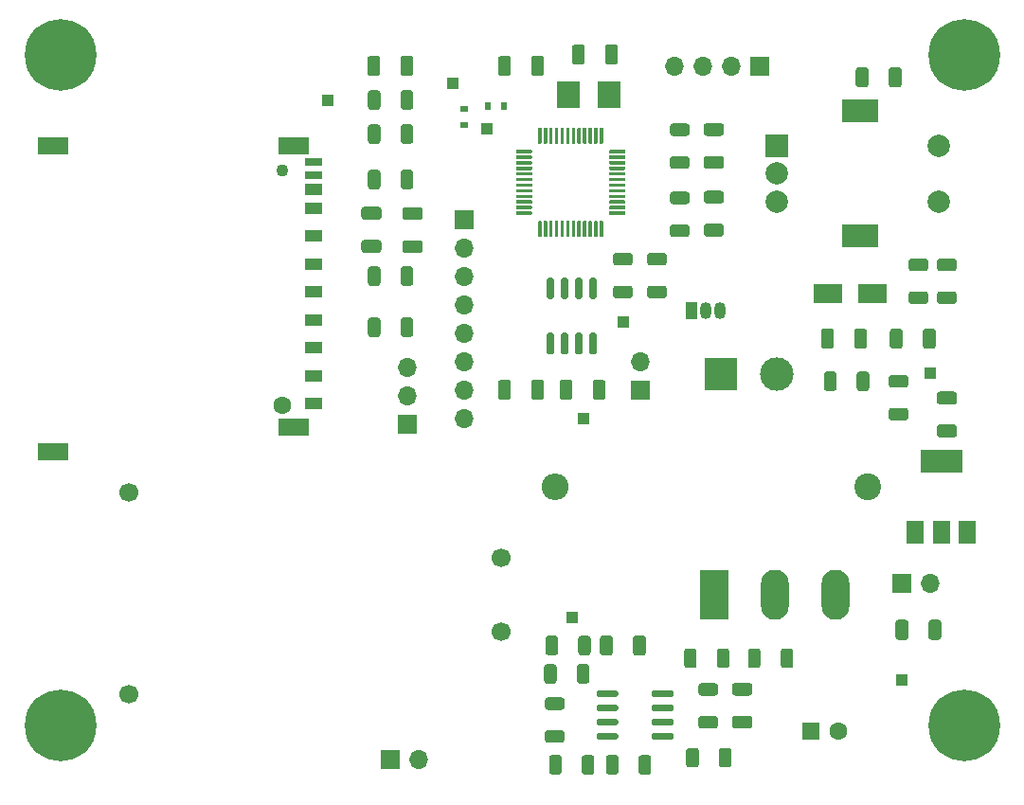
<source format=gbr>
%TF.GenerationSoftware,KiCad,Pcbnew,(5.1.10)-1*%
%TF.CreationDate,2021-08-06T22:34:04+03:00*%
%TF.ProjectId,electronic_load,656c6563-7472-46f6-9e69-635f6c6f6164,rev?*%
%TF.SameCoordinates,Original*%
%TF.FileFunction,Soldermask,Top*%
%TF.FilePolarity,Negative*%
%FSLAX46Y46*%
G04 Gerber Fmt 4.6, Leading zero omitted, Abs format (unit mm)*
G04 Created by KiCad (PCBNEW (5.1.10)-1) date 2021-08-06 22:34:04*
%MOMM*%
%LPD*%
G01*
G04 APERTURE LIST*
%ADD10C,1.700000*%
%ADD11C,1.600000*%
%ADD12R,1.600000X1.600000*%
%ADD13O,1.700000X1.700000*%
%ADD14R,1.700000X1.700000*%
%ADD15R,0.700000X0.600000*%
%ADD16R,0.600000X0.700000*%
%ADD17R,1.000000X1.000000*%
%ADD18R,1.050000X1.500000*%
%ADD19O,1.050000X1.500000*%
%ADD20C,0.800000*%
%ADD21C,6.400000*%
%ADD22R,2.800000X1.500000*%
%ADD23C,1.100000*%
%ADD24R,1.500000X0.700000*%
%ADD25R,1.500000X1.000000*%
%ADD26R,2.500000X1.800000*%
%ADD27C,3.000000*%
%ADD28R,3.000000X3.000000*%
%ADD29R,2.000000X2.400000*%
%ADD30R,1.500000X2.000000*%
%ADD31R,3.800000X2.000000*%
%ADD32R,2.000000X2.000000*%
%ADD33C,2.000000*%
%ADD34R,3.200000X2.000000*%
%ADD35O,2.400000X2.400000*%
%ADD36C,2.400000*%
%ADD37O,2.500000X4.500000*%
%ADD38R,2.500000X4.500000*%
G04 APERTURE END LIST*
D10*
%TO.C,PS1*%
X77724000Y-140462000D03*
X77724000Y-122428000D03*
X110998000Y-134874000D03*
X110998000Y-128270000D03*
%TD*%
%TO.C,R8*%
G36*
G01*
X117928500Y-136769001D02*
X117928500Y-135518999D01*
G75*
G02*
X118178499Y-135269000I249999J0D01*
G01*
X118803501Y-135269000D01*
G75*
G02*
X119053500Y-135518999I0J-249999D01*
G01*
X119053500Y-136769001D01*
G75*
G02*
X118803501Y-137019000I-249999J0D01*
G01*
X118178499Y-137019000D01*
G75*
G02*
X117928500Y-136769001I0J249999D01*
G01*
G37*
G36*
G01*
X115003500Y-136769001D02*
X115003500Y-135518999D01*
G75*
G02*
X115253499Y-135269000I249999J0D01*
G01*
X115878501Y-135269000D01*
G75*
G02*
X116128500Y-135518999I0J-249999D01*
G01*
X116128500Y-136769001D01*
G75*
G02*
X115878501Y-137019000I-249999J0D01*
G01*
X115253499Y-137019000D01*
G75*
G02*
X115003500Y-136769001I0J249999D01*
G01*
G37*
%TD*%
D11*
%TO.C,C17*%
X141184000Y-143764000D03*
D12*
X138684000Y-143764000D03*
%TD*%
D13*
%TO.C,J7*%
X123444000Y-110744000D03*
D14*
X123444000Y-113284000D03*
%TD*%
D15*
%TO.C,D3*%
X107696000Y-89600000D03*
X107696000Y-88200000D03*
%TD*%
D16*
%TO.C,D2*%
X111252000Y-87884000D03*
X109852000Y-87884000D03*
%TD*%
D17*
%TO.C,TP7*%
X121920000Y-107188000D03*
%TD*%
%TO.C,TP6*%
X95504000Y-87376000D03*
%TD*%
%TO.C,TP5*%
X109728000Y-89916000D03*
%TD*%
%TO.C,TP4*%
X118364000Y-115824000D03*
%TD*%
%TO.C,TP3*%
X106680000Y-85852000D03*
%TD*%
%TO.C,TP2*%
X117348000Y-133604000D03*
%TD*%
%TO.C,TP1*%
X146812000Y-139192000D03*
%TD*%
D18*
%TO.C,Q2*%
X128016000Y-106172000D03*
D19*
X130556000Y-106172000D03*
X129286000Y-106172000D03*
%TD*%
%TO.C,R23*%
G36*
G01*
X125593001Y-102162500D02*
X124342999Y-102162500D01*
G75*
G02*
X124093000Y-101912501I0J249999D01*
G01*
X124093000Y-101287499D01*
G75*
G02*
X124342999Y-101037500I249999J0D01*
G01*
X125593001Y-101037500D01*
G75*
G02*
X125843000Y-101287499I0J-249999D01*
G01*
X125843000Y-101912501D01*
G75*
G02*
X125593001Y-102162500I-249999J0D01*
G01*
G37*
G36*
G01*
X125593001Y-105087500D02*
X124342999Y-105087500D01*
G75*
G02*
X124093000Y-104837501I0J249999D01*
G01*
X124093000Y-104212499D01*
G75*
G02*
X124342999Y-103962500I249999J0D01*
G01*
X125593001Y-103962500D01*
G75*
G02*
X125843000Y-104212499I0J-249999D01*
G01*
X125843000Y-104837501D01*
G75*
G02*
X125593001Y-105087500I-249999J0D01*
G01*
G37*
%TD*%
%TO.C,R12*%
G36*
G01*
X122545001Y-102162500D02*
X121294999Y-102162500D01*
G75*
G02*
X121045000Y-101912501I0J249999D01*
G01*
X121045000Y-101287499D01*
G75*
G02*
X121294999Y-101037500I249999J0D01*
G01*
X122545001Y-101037500D01*
G75*
G02*
X122795000Y-101287499I0J-249999D01*
G01*
X122795000Y-101912501D01*
G75*
G02*
X122545001Y-102162500I-249999J0D01*
G01*
G37*
G36*
G01*
X122545001Y-105087500D02*
X121294999Y-105087500D01*
G75*
G02*
X121045000Y-104837501I0J249999D01*
G01*
X121045000Y-104212499D01*
G75*
G02*
X121294999Y-103962500I249999J0D01*
G01*
X122545001Y-103962500D01*
G75*
G02*
X122795000Y-104212499I0J-249999D01*
G01*
X122795000Y-104837501D01*
G75*
G02*
X122545001Y-105087500I-249999J0D01*
G01*
G37*
%TD*%
D13*
%TO.C,J6*%
X103632000Y-146304000D03*
D14*
X101092000Y-146304000D03*
%TD*%
D20*
%TO.C,H2*%
X154097056Y-81614944D03*
X152400000Y-80912000D03*
X150702944Y-81614944D03*
X150000000Y-83312000D03*
X150702944Y-85009056D03*
X152400000Y-85712000D03*
X154097056Y-85009056D03*
X154800000Y-83312000D03*
D21*
X152400000Y-83312000D03*
%TD*%
%TO.C,C3*%
G36*
G01*
X147436000Y-134096999D02*
X147436000Y-135397001D01*
G75*
G02*
X147186001Y-135647000I-249999J0D01*
G01*
X146535999Y-135647000D01*
G75*
G02*
X146286000Y-135397001I0J249999D01*
G01*
X146286000Y-134096999D01*
G75*
G02*
X146535999Y-133847000I249999J0D01*
G01*
X147186001Y-133847000D01*
G75*
G02*
X147436000Y-134096999I0J-249999D01*
G01*
G37*
G36*
G01*
X150386000Y-134096999D02*
X150386000Y-135397001D01*
G75*
G02*
X150136001Y-135647000I-249999J0D01*
G01*
X149485999Y-135647000D01*
G75*
G02*
X149236000Y-135397001I0J249999D01*
G01*
X149236000Y-134096999D01*
G75*
G02*
X149485999Y-133847000I249999J0D01*
G01*
X150136001Y-133847000D01*
G75*
G02*
X150386000Y-134096999I0J-249999D01*
G01*
G37*
%TD*%
D22*
%TO.C,J4*%
X92471000Y-91506000D03*
X70971000Y-91506000D03*
X70971000Y-118806000D03*
X92471000Y-116606000D03*
D23*
X91471000Y-93656000D03*
D11*
X91471000Y-114656000D03*
D24*
X94271000Y-92901000D03*
X94271000Y-94101000D03*
D25*
X94271000Y-114531000D03*
X94271000Y-95401000D03*
X94271000Y-97101000D03*
X94271000Y-99531000D03*
X94271000Y-102031000D03*
X94271000Y-104531000D03*
X94271000Y-107031000D03*
X94271000Y-109531000D03*
X94271000Y-112031000D03*
%TD*%
%TO.C,C5*%
G36*
G01*
X118529000Y-82661999D02*
X118529000Y-83962001D01*
G75*
G02*
X118279001Y-84212000I-249999J0D01*
G01*
X117628999Y-84212000D01*
G75*
G02*
X117379000Y-83962001I0J249999D01*
G01*
X117379000Y-82661999D01*
G75*
G02*
X117628999Y-82412000I249999J0D01*
G01*
X118279001Y-82412000D01*
G75*
G02*
X118529000Y-82661999I0J-249999D01*
G01*
G37*
G36*
G01*
X121479000Y-82661999D02*
X121479000Y-83962001D01*
G75*
G02*
X121229001Y-84212000I-249999J0D01*
G01*
X120578999Y-84212000D01*
G75*
G02*
X120329000Y-83962001I0J249999D01*
G01*
X120329000Y-82661999D01*
G75*
G02*
X120578999Y-82412000I249999J0D01*
G01*
X121229001Y-82412000D01*
G75*
G02*
X121479000Y-82661999I0J-249999D01*
G01*
G37*
%TD*%
D17*
%TO.C,REF\u002A\u002A*%
X149352000Y-111760000D03*
%TD*%
D13*
%TO.C,U3*%
X107696000Y-115824000D03*
X107696000Y-113284000D03*
X107696000Y-110744000D03*
X107696000Y-108204000D03*
X107696000Y-105664000D03*
X107696000Y-103124000D03*
X107696000Y-100584000D03*
D14*
X107696000Y-98044000D03*
%TD*%
D26*
%TO.C,D1*%
X144208000Y-104648000D03*
X140208000Y-104648000D03*
%TD*%
D27*
%TO.C,J2*%
X135683000Y-111887000D03*
D28*
X130683000Y-111887000D03*
%TD*%
D29*
%TO.C,Y1*%
X117022000Y-86868000D03*
X120722000Y-86868000D03*
%TD*%
%TO.C,U5*%
G36*
G01*
X119103000Y-108180000D02*
X119403000Y-108180000D01*
G75*
G02*
X119553000Y-108330000I0J-150000D01*
G01*
X119553000Y-109980000D01*
G75*
G02*
X119403000Y-110130000I-150000J0D01*
G01*
X119103000Y-110130000D01*
G75*
G02*
X118953000Y-109980000I0J150000D01*
G01*
X118953000Y-108330000D01*
G75*
G02*
X119103000Y-108180000I150000J0D01*
G01*
G37*
G36*
G01*
X117833000Y-108180000D02*
X118133000Y-108180000D01*
G75*
G02*
X118283000Y-108330000I0J-150000D01*
G01*
X118283000Y-109980000D01*
G75*
G02*
X118133000Y-110130000I-150000J0D01*
G01*
X117833000Y-110130000D01*
G75*
G02*
X117683000Y-109980000I0J150000D01*
G01*
X117683000Y-108330000D01*
G75*
G02*
X117833000Y-108180000I150000J0D01*
G01*
G37*
G36*
G01*
X116563000Y-108180000D02*
X116863000Y-108180000D01*
G75*
G02*
X117013000Y-108330000I0J-150000D01*
G01*
X117013000Y-109980000D01*
G75*
G02*
X116863000Y-110130000I-150000J0D01*
G01*
X116563000Y-110130000D01*
G75*
G02*
X116413000Y-109980000I0J150000D01*
G01*
X116413000Y-108330000D01*
G75*
G02*
X116563000Y-108180000I150000J0D01*
G01*
G37*
G36*
G01*
X115293000Y-108180000D02*
X115593000Y-108180000D01*
G75*
G02*
X115743000Y-108330000I0J-150000D01*
G01*
X115743000Y-109980000D01*
G75*
G02*
X115593000Y-110130000I-150000J0D01*
G01*
X115293000Y-110130000D01*
G75*
G02*
X115143000Y-109980000I0J150000D01*
G01*
X115143000Y-108330000D01*
G75*
G02*
X115293000Y-108180000I150000J0D01*
G01*
G37*
G36*
G01*
X115293000Y-103230000D02*
X115593000Y-103230000D01*
G75*
G02*
X115743000Y-103380000I0J-150000D01*
G01*
X115743000Y-105030000D01*
G75*
G02*
X115593000Y-105180000I-150000J0D01*
G01*
X115293000Y-105180000D01*
G75*
G02*
X115143000Y-105030000I0J150000D01*
G01*
X115143000Y-103380000D01*
G75*
G02*
X115293000Y-103230000I150000J0D01*
G01*
G37*
G36*
G01*
X116563000Y-103230000D02*
X116863000Y-103230000D01*
G75*
G02*
X117013000Y-103380000I0J-150000D01*
G01*
X117013000Y-105030000D01*
G75*
G02*
X116863000Y-105180000I-150000J0D01*
G01*
X116563000Y-105180000D01*
G75*
G02*
X116413000Y-105030000I0J150000D01*
G01*
X116413000Y-103380000D01*
G75*
G02*
X116563000Y-103230000I150000J0D01*
G01*
G37*
G36*
G01*
X117833000Y-103230000D02*
X118133000Y-103230000D01*
G75*
G02*
X118283000Y-103380000I0J-150000D01*
G01*
X118283000Y-105030000D01*
G75*
G02*
X118133000Y-105180000I-150000J0D01*
G01*
X117833000Y-105180000D01*
G75*
G02*
X117683000Y-105030000I0J150000D01*
G01*
X117683000Y-103380000D01*
G75*
G02*
X117833000Y-103230000I150000J0D01*
G01*
G37*
G36*
G01*
X119103000Y-103230000D02*
X119403000Y-103230000D01*
G75*
G02*
X119553000Y-103380000I0J-150000D01*
G01*
X119553000Y-105030000D01*
G75*
G02*
X119403000Y-105180000I-150000J0D01*
G01*
X119103000Y-105180000D01*
G75*
G02*
X118953000Y-105030000I0J150000D01*
G01*
X118953000Y-103380000D01*
G75*
G02*
X119103000Y-103230000I150000J0D01*
G01*
G37*
%TD*%
D30*
%TO.C,U4*%
X148068000Y-125984000D03*
X152668000Y-125984000D03*
X150368000Y-125984000D03*
D31*
X150368000Y-119684000D03*
%TD*%
%TO.C,U2*%
G36*
G01*
X120749500Y-91838000D02*
X122074500Y-91838000D01*
G75*
G02*
X122149500Y-91913000I0J-75000D01*
G01*
X122149500Y-92063000D01*
G75*
G02*
X122074500Y-92138000I-75000J0D01*
G01*
X120749500Y-92138000D01*
G75*
G02*
X120674500Y-92063000I0J75000D01*
G01*
X120674500Y-91913000D01*
G75*
G02*
X120749500Y-91838000I75000J0D01*
G01*
G37*
G36*
G01*
X120749500Y-92338000D02*
X122074500Y-92338000D01*
G75*
G02*
X122149500Y-92413000I0J-75000D01*
G01*
X122149500Y-92563000D01*
G75*
G02*
X122074500Y-92638000I-75000J0D01*
G01*
X120749500Y-92638000D01*
G75*
G02*
X120674500Y-92563000I0J75000D01*
G01*
X120674500Y-92413000D01*
G75*
G02*
X120749500Y-92338000I75000J0D01*
G01*
G37*
G36*
G01*
X120749500Y-92838000D02*
X122074500Y-92838000D01*
G75*
G02*
X122149500Y-92913000I0J-75000D01*
G01*
X122149500Y-93063000D01*
G75*
G02*
X122074500Y-93138000I-75000J0D01*
G01*
X120749500Y-93138000D01*
G75*
G02*
X120674500Y-93063000I0J75000D01*
G01*
X120674500Y-92913000D01*
G75*
G02*
X120749500Y-92838000I75000J0D01*
G01*
G37*
G36*
G01*
X120749500Y-93338000D02*
X122074500Y-93338000D01*
G75*
G02*
X122149500Y-93413000I0J-75000D01*
G01*
X122149500Y-93563000D01*
G75*
G02*
X122074500Y-93638000I-75000J0D01*
G01*
X120749500Y-93638000D01*
G75*
G02*
X120674500Y-93563000I0J75000D01*
G01*
X120674500Y-93413000D01*
G75*
G02*
X120749500Y-93338000I75000J0D01*
G01*
G37*
G36*
G01*
X120749500Y-93838000D02*
X122074500Y-93838000D01*
G75*
G02*
X122149500Y-93913000I0J-75000D01*
G01*
X122149500Y-94063000D01*
G75*
G02*
X122074500Y-94138000I-75000J0D01*
G01*
X120749500Y-94138000D01*
G75*
G02*
X120674500Y-94063000I0J75000D01*
G01*
X120674500Y-93913000D01*
G75*
G02*
X120749500Y-93838000I75000J0D01*
G01*
G37*
G36*
G01*
X120749500Y-94338000D02*
X122074500Y-94338000D01*
G75*
G02*
X122149500Y-94413000I0J-75000D01*
G01*
X122149500Y-94563000D01*
G75*
G02*
X122074500Y-94638000I-75000J0D01*
G01*
X120749500Y-94638000D01*
G75*
G02*
X120674500Y-94563000I0J75000D01*
G01*
X120674500Y-94413000D01*
G75*
G02*
X120749500Y-94338000I75000J0D01*
G01*
G37*
G36*
G01*
X120749500Y-94838000D02*
X122074500Y-94838000D01*
G75*
G02*
X122149500Y-94913000I0J-75000D01*
G01*
X122149500Y-95063000D01*
G75*
G02*
X122074500Y-95138000I-75000J0D01*
G01*
X120749500Y-95138000D01*
G75*
G02*
X120674500Y-95063000I0J75000D01*
G01*
X120674500Y-94913000D01*
G75*
G02*
X120749500Y-94838000I75000J0D01*
G01*
G37*
G36*
G01*
X120749500Y-95338000D02*
X122074500Y-95338000D01*
G75*
G02*
X122149500Y-95413000I0J-75000D01*
G01*
X122149500Y-95563000D01*
G75*
G02*
X122074500Y-95638000I-75000J0D01*
G01*
X120749500Y-95638000D01*
G75*
G02*
X120674500Y-95563000I0J75000D01*
G01*
X120674500Y-95413000D01*
G75*
G02*
X120749500Y-95338000I75000J0D01*
G01*
G37*
G36*
G01*
X120749500Y-95838000D02*
X122074500Y-95838000D01*
G75*
G02*
X122149500Y-95913000I0J-75000D01*
G01*
X122149500Y-96063000D01*
G75*
G02*
X122074500Y-96138000I-75000J0D01*
G01*
X120749500Y-96138000D01*
G75*
G02*
X120674500Y-96063000I0J75000D01*
G01*
X120674500Y-95913000D01*
G75*
G02*
X120749500Y-95838000I75000J0D01*
G01*
G37*
G36*
G01*
X120749500Y-96338000D02*
X122074500Y-96338000D01*
G75*
G02*
X122149500Y-96413000I0J-75000D01*
G01*
X122149500Y-96563000D01*
G75*
G02*
X122074500Y-96638000I-75000J0D01*
G01*
X120749500Y-96638000D01*
G75*
G02*
X120674500Y-96563000I0J75000D01*
G01*
X120674500Y-96413000D01*
G75*
G02*
X120749500Y-96338000I75000J0D01*
G01*
G37*
G36*
G01*
X120749500Y-96838000D02*
X122074500Y-96838000D01*
G75*
G02*
X122149500Y-96913000I0J-75000D01*
G01*
X122149500Y-97063000D01*
G75*
G02*
X122074500Y-97138000I-75000J0D01*
G01*
X120749500Y-97138000D01*
G75*
G02*
X120674500Y-97063000I0J75000D01*
G01*
X120674500Y-96913000D01*
G75*
G02*
X120749500Y-96838000I75000J0D01*
G01*
G37*
G36*
G01*
X120749500Y-97338000D02*
X122074500Y-97338000D01*
G75*
G02*
X122149500Y-97413000I0J-75000D01*
G01*
X122149500Y-97563000D01*
G75*
G02*
X122074500Y-97638000I-75000J0D01*
G01*
X120749500Y-97638000D01*
G75*
G02*
X120674500Y-97563000I0J75000D01*
G01*
X120674500Y-97413000D01*
G75*
G02*
X120749500Y-97338000I75000J0D01*
G01*
G37*
G36*
G01*
X119924500Y-98163000D02*
X120074500Y-98163000D01*
G75*
G02*
X120149500Y-98238000I0J-75000D01*
G01*
X120149500Y-99563000D01*
G75*
G02*
X120074500Y-99638000I-75000J0D01*
G01*
X119924500Y-99638000D01*
G75*
G02*
X119849500Y-99563000I0J75000D01*
G01*
X119849500Y-98238000D01*
G75*
G02*
X119924500Y-98163000I75000J0D01*
G01*
G37*
G36*
G01*
X119424500Y-98163000D02*
X119574500Y-98163000D01*
G75*
G02*
X119649500Y-98238000I0J-75000D01*
G01*
X119649500Y-99563000D01*
G75*
G02*
X119574500Y-99638000I-75000J0D01*
G01*
X119424500Y-99638000D01*
G75*
G02*
X119349500Y-99563000I0J75000D01*
G01*
X119349500Y-98238000D01*
G75*
G02*
X119424500Y-98163000I75000J0D01*
G01*
G37*
G36*
G01*
X118924500Y-98163000D02*
X119074500Y-98163000D01*
G75*
G02*
X119149500Y-98238000I0J-75000D01*
G01*
X119149500Y-99563000D01*
G75*
G02*
X119074500Y-99638000I-75000J0D01*
G01*
X118924500Y-99638000D01*
G75*
G02*
X118849500Y-99563000I0J75000D01*
G01*
X118849500Y-98238000D01*
G75*
G02*
X118924500Y-98163000I75000J0D01*
G01*
G37*
G36*
G01*
X118424500Y-98163000D02*
X118574500Y-98163000D01*
G75*
G02*
X118649500Y-98238000I0J-75000D01*
G01*
X118649500Y-99563000D01*
G75*
G02*
X118574500Y-99638000I-75000J0D01*
G01*
X118424500Y-99638000D01*
G75*
G02*
X118349500Y-99563000I0J75000D01*
G01*
X118349500Y-98238000D01*
G75*
G02*
X118424500Y-98163000I75000J0D01*
G01*
G37*
G36*
G01*
X117924500Y-98163000D02*
X118074500Y-98163000D01*
G75*
G02*
X118149500Y-98238000I0J-75000D01*
G01*
X118149500Y-99563000D01*
G75*
G02*
X118074500Y-99638000I-75000J0D01*
G01*
X117924500Y-99638000D01*
G75*
G02*
X117849500Y-99563000I0J75000D01*
G01*
X117849500Y-98238000D01*
G75*
G02*
X117924500Y-98163000I75000J0D01*
G01*
G37*
G36*
G01*
X117424500Y-98163000D02*
X117574500Y-98163000D01*
G75*
G02*
X117649500Y-98238000I0J-75000D01*
G01*
X117649500Y-99563000D01*
G75*
G02*
X117574500Y-99638000I-75000J0D01*
G01*
X117424500Y-99638000D01*
G75*
G02*
X117349500Y-99563000I0J75000D01*
G01*
X117349500Y-98238000D01*
G75*
G02*
X117424500Y-98163000I75000J0D01*
G01*
G37*
G36*
G01*
X116924500Y-98163000D02*
X117074500Y-98163000D01*
G75*
G02*
X117149500Y-98238000I0J-75000D01*
G01*
X117149500Y-99563000D01*
G75*
G02*
X117074500Y-99638000I-75000J0D01*
G01*
X116924500Y-99638000D01*
G75*
G02*
X116849500Y-99563000I0J75000D01*
G01*
X116849500Y-98238000D01*
G75*
G02*
X116924500Y-98163000I75000J0D01*
G01*
G37*
G36*
G01*
X116424500Y-98163000D02*
X116574500Y-98163000D01*
G75*
G02*
X116649500Y-98238000I0J-75000D01*
G01*
X116649500Y-99563000D01*
G75*
G02*
X116574500Y-99638000I-75000J0D01*
G01*
X116424500Y-99638000D01*
G75*
G02*
X116349500Y-99563000I0J75000D01*
G01*
X116349500Y-98238000D01*
G75*
G02*
X116424500Y-98163000I75000J0D01*
G01*
G37*
G36*
G01*
X115924500Y-98163000D02*
X116074500Y-98163000D01*
G75*
G02*
X116149500Y-98238000I0J-75000D01*
G01*
X116149500Y-99563000D01*
G75*
G02*
X116074500Y-99638000I-75000J0D01*
G01*
X115924500Y-99638000D01*
G75*
G02*
X115849500Y-99563000I0J75000D01*
G01*
X115849500Y-98238000D01*
G75*
G02*
X115924500Y-98163000I75000J0D01*
G01*
G37*
G36*
G01*
X115424500Y-98163000D02*
X115574500Y-98163000D01*
G75*
G02*
X115649500Y-98238000I0J-75000D01*
G01*
X115649500Y-99563000D01*
G75*
G02*
X115574500Y-99638000I-75000J0D01*
G01*
X115424500Y-99638000D01*
G75*
G02*
X115349500Y-99563000I0J75000D01*
G01*
X115349500Y-98238000D01*
G75*
G02*
X115424500Y-98163000I75000J0D01*
G01*
G37*
G36*
G01*
X114924500Y-98163000D02*
X115074500Y-98163000D01*
G75*
G02*
X115149500Y-98238000I0J-75000D01*
G01*
X115149500Y-99563000D01*
G75*
G02*
X115074500Y-99638000I-75000J0D01*
G01*
X114924500Y-99638000D01*
G75*
G02*
X114849500Y-99563000I0J75000D01*
G01*
X114849500Y-98238000D01*
G75*
G02*
X114924500Y-98163000I75000J0D01*
G01*
G37*
G36*
G01*
X114424500Y-98163000D02*
X114574500Y-98163000D01*
G75*
G02*
X114649500Y-98238000I0J-75000D01*
G01*
X114649500Y-99563000D01*
G75*
G02*
X114574500Y-99638000I-75000J0D01*
G01*
X114424500Y-99638000D01*
G75*
G02*
X114349500Y-99563000I0J75000D01*
G01*
X114349500Y-98238000D01*
G75*
G02*
X114424500Y-98163000I75000J0D01*
G01*
G37*
G36*
G01*
X112424500Y-97338000D02*
X113749500Y-97338000D01*
G75*
G02*
X113824500Y-97413000I0J-75000D01*
G01*
X113824500Y-97563000D01*
G75*
G02*
X113749500Y-97638000I-75000J0D01*
G01*
X112424500Y-97638000D01*
G75*
G02*
X112349500Y-97563000I0J75000D01*
G01*
X112349500Y-97413000D01*
G75*
G02*
X112424500Y-97338000I75000J0D01*
G01*
G37*
G36*
G01*
X112424500Y-96838000D02*
X113749500Y-96838000D01*
G75*
G02*
X113824500Y-96913000I0J-75000D01*
G01*
X113824500Y-97063000D01*
G75*
G02*
X113749500Y-97138000I-75000J0D01*
G01*
X112424500Y-97138000D01*
G75*
G02*
X112349500Y-97063000I0J75000D01*
G01*
X112349500Y-96913000D01*
G75*
G02*
X112424500Y-96838000I75000J0D01*
G01*
G37*
G36*
G01*
X112424500Y-96338000D02*
X113749500Y-96338000D01*
G75*
G02*
X113824500Y-96413000I0J-75000D01*
G01*
X113824500Y-96563000D01*
G75*
G02*
X113749500Y-96638000I-75000J0D01*
G01*
X112424500Y-96638000D01*
G75*
G02*
X112349500Y-96563000I0J75000D01*
G01*
X112349500Y-96413000D01*
G75*
G02*
X112424500Y-96338000I75000J0D01*
G01*
G37*
G36*
G01*
X112424500Y-95838000D02*
X113749500Y-95838000D01*
G75*
G02*
X113824500Y-95913000I0J-75000D01*
G01*
X113824500Y-96063000D01*
G75*
G02*
X113749500Y-96138000I-75000J0D01*
G01*
X112424500Y-96138000D01*
G75*
G02*
X112349500Y-96063000I0J75000D01*
G01*
X112349500Y-95913000D01*
G75*
G02*
X112424500Y-95838000I75000J0D01*
G01*
G37*
G36*
G01*
X112424500Y-95338000D02*
X113749500Y-95338000D01*
G75*
G02*
X113824500Y-95413000I0J-75000D01*
G01*
X113824500Y-95563000D01*
G75*
G02*
X113749500Y-95638000I-75000J0D01*
G01*
X112424500Y-95638000D01*
G75*
G02*
X112349500Y-95563000I0J75000D01*
G01*
X112349500Y-95413000D01*
G75*
G02*
X112424500Y-95338000I75000J0D01*
G01*
G37*
G36*
G01*
X112424500Y-94838000D02*
X113749500Y-94838000D01*
G75*
G02*
X113824500Y-94913000I0J-75000D01*
G01*
X113824500Y-95063000D01*
G75*
G02*
X113749500Y-95138000I-75000J0D01*
G01*
X112424500Y-95138000D01*
G75*
G02*
X112349500Y-95063000I0J75000D01*
G01*
X112349500Y-94913000D01*
G75*
G02*
X112424500Y-94838000I75000J0D01*
G01*
G37*
G36*
G01*
X112424500Y-94338000D02*
X113749500Y-94338000D01*
G75*
G02*
X113824500Y-94413000I0J-75000D01*
G01*
X113824500Y-94563000D01*
G75*
G02*
X113749500Y-94638000I-75000J0D01*
G01*
X112424500Y-94638000D01*
G75*
G02*
X112349500Y-94563000I0J75000D01*
G01*
X112349500Y-94413000D01*
G75*
G02*
X112424500Y-94338000I75000J0D01*
G01*
G37*
G36*
G01*
X112424500Y-93838000D02*
X113749500Y-93838000D01*
G75*
G02*
X113824500Y-93913000I0J-75000D01*
G01*
X113824500Y-94063000D01*
G75*
G02*
X113749500Y-94138000I-75000J0D01*
G01*
X112424500Y-94138000D01*
G75*
G02*
X112349500Y-94063000I0J75000D01*
G01*
X112349500Y-93913000D01*
G75*
G02*
X112424500Y-93838000I75000J0D01*
G01*
G37*
G36*
G01*
X112424500Y-93338000D02*
X113749500Y-93338000D01*
G75*
G02*
X113824500Y-93413000I0J-75000D01*
G01*
X113824500Y-93563000D01*
G75*
G02*
X113749500Y-93638000I-75000J0D01*
G01*
X112424500Y-93638000D01*
G75*
G02*
X112349500Y-93563000I0J75000D01*
G01*
X112349500Y-93413000D01*
G75*
G02*
X112424500Y-93338000I75000J0D01*
G01*
G37*
G36*
G01*
X112424500Y-92838000D02*
X113749500Y-92838000D01*
G75*
G02*
X113824500Y-92913000I0J-75000D01*
G01*
X113824500Y-93063000D01*
G75*
G02*
X113749500Y-93138000I-75000J0D01*
G01*
X112424500Y-93138000D01*
G75*
G02*
X112349500Y-93063000I0J75000D01*
G01*
X112349500Y-92913000D01*
G75*
G02*
X112424500Y-92838000I75000J0D01*
G01*
G37*
G36*
G01*
X112424500Y-92338000D02*
X113749500Y-92338000D01*
G75*
G02*
X113824500Y-92413000I0J-75000D01*
G01*
X113824500Y-92563000D01*
G75*
G02*
X113749500Y-92638000I-75000J0D01*
G01*
X112424500Y-92638000D01*
G75*
G02*
X112349500Y-92563000I0J75000D01*
G01*
X112349500Y-92413000D01*
G75*
G02*
X112424500Y-92338000I75000J0D01*
G01*
G37*
G36*
G01*
X112424500Y-91838000D02*
X113749500Y-91838000D01*
G75*
G02*
X113824500Y-91913000I0J-75000D01*
G01*
X113824500Y-92063000D01*
G75*
G02*
X113749500Y-92138000I-75000J0D01*
G01*
X112424500Y-92138000D01*
G75*
G02*
X112349500Y-92063000I0J75000D01*
G01*
X112349500Y-91913000D01*
G75*
G02*
X112424500Y-91838000I75000J0D01*
G01*
G37*
G36*
G01*
X114424500Y-89838000D02*
X114574500Y-89838000D01*
G75*
G02*
X114649500Y-89913000I0J-75000D01*
G01*
X114649500Y-91238000D01*
G75*
G02*
X114574500Y-91313000I-75000J0D01*
G01*
X114424500Y-91313000D01*
G75*
G02*
X114349500Y-91238000I0J75000D01*
G01*
X114349500Y-89913000D01*
G75*
G02*
X114424500Y-89838000I75000J0D01*
G01*
G37*
G36*
G01*
X114924500Y-89838000D02*
X115074500Y-89838000D01*
G75*
G02*
X115149500Y-89913000I0J-75000D01*
G01*
X115149500Y-91238000D01*
G75*
G02*
X115074500Y-91313000I-75000J0D01*
G01*
X114924500Y-91313000D01*
G75*
G02*
X114849500Y-91238000I0J75000D01*
G01*
X114849500Y-89913000D01*
G75*
G02*
X114924500Y-89838000I75000J0D01*
G01*
G37*
G36*
G01*
X115424500Y-89838000D02*
X115574500Y-89838000D01*
G75*
G02*
X115649500Y-89913000I0J-75000D01*
G01*
X115649500Y-91238000D01*
G75*
G02*
X115574500Y-91313000I-75000J0D01*
G01*
X115424500Y-91313000D01*
G75*
G02*
X115349500Y-91238000I0J75000D01*
G01*
X115349500Y-89913000D01*
G75*
G02*
X115424500Y-89838000I75000J0D01*
G01*
G37*
G36*
G01*
X115924500Y-89838000D02*
X116074500Y-89838000D01*
G75*
G02*
X116149500Y-89913000I0J-75000D01*
G01*
X116149500Y-91238000D01*
G75*
G02*
X116074500Y-91313000I-75000J0D01*
G01*
X115924500Y-91313000D01*
G75*
G02*
X115849500Y-91238000I0J75000D01*
G01*
X115849500Y-89913000D01*
G75*
G02*
X115924500Y-89838000I75000J0D01*
G01*
G37*
G36*
G01*
X116424500Y-89838000D02*
X116574500Y-89838000D01*
G75*
G02*
X116649500Y-89913000I0J-75000D01*
G01*
X116649500Y-91238000D01*
G75*
G02*
X116574500Y-91313000I-75000J0D01*
G01*
X116424500Y-91313000D01*
G75*
G02*
X116349500Y-91238000I0J75000D01*
G01*
X116349500Y-89913000D01*
G75*
G02*
X116424500Y-89838000I75000J0D01*
G01*
G37*
G36*
G01*
X116924500Y-89838000D02*
X117074500Y-89838000D01*
G75*
G02*
X117149500Y-89913000I0J-75000D01*
G01*
X117149500Y-91238000D01*
G75*
G02*
X117074500Y-91313000I-75000J0D01*
G01*
X116924500Y-91313000D01*
G75*
G02*
X116849500Y-91238000I0J75000D01*
G01*
X116849500Y-89913000D01*
G75*
G02*
X116924500Y-89838000I75000J0D01*
G01*
G37*
G36*
G01*
X117424500Y-89838000D02*
X117574500Y-89838000D01*
G75*
G02*
X117649500Y-89913000I0J-75000D01*
G01*
X117649500Y-91238000D01*
G75*
G02*
X117574500Y-91313000I-75000J0D01*
G01*
X117424500Y-91313000D01*
G75*
G02*
X117349500Y-91238000I0J75000D01*
G01*
X117349500Y-89913000D01*
G75*
G02*
X117424500Y-89838000I75000J0D01*
G01*
G37*
G36*
G01*
X117924500Y-89838000D02*
X118074500Y-89838000D01*
G75*
G02*
X118149500Y-89913000I0J-75000D01*
G01*
X118149500Y-91238000D01*
G75*
G02*
X118074500Y-91313000I-75000J0D01*
G01*
X117924500Y-91313000D01*
G75*
G02*
X117849500Y-91238000I0J75000D01*
G01*
X117849500Y-89913000D01*
G75*
G02*
X117924500Y-89838000I75000J0D01*
G01*
G37*
G36*
G01*
X118424500Y-89838000D02*
X118574500Y-89838000D01*
G75*
G02*
X118649500Y-89913000I0J-75000D01*
G01*
X118649500Y-91238000D01*
G75*
G02*
X118574500Y-91313000I-75000J0D01*
G01*
X118424500Y-91313000D01*
G75*
G02*
X118349500Y-91238000I0J75000D01*
G01*
X118349500Y-89913000D01*
G75*
G02*
X118424500Y-89838000I75000J0D01*
G01*
G37*
G36*
G01*
X118924500Y-89838000D02*
X119074500Y-89838000D01*
G75*
G02*
X119149500Y-89913000I0J-75000D01*
G01*
X119149500Y-91238000D01*
G75*
G02*
X119074500Y-91313000I-75000J0D01*
G01*
X118924500Y-91313000D01*
G75*
G02*
X118849500Y-91238000I0J75000D01*
G01*
X118849500Y-89913000D01*
G75*
G02*
X118924500Y-89838000I75000J0D01*
G01*
G37*
G36*
G01*
X119424500Y-89838000D02*
X119574500Y-89838000D01*
G75*
G02*
X119649500Y-89913000I0J-75000D01*
G01*
X119649500Y-91238000D01*
G75*
G02*
X119574500Y-91313000I-75000J0D01*
G01*
X119424500Y-91313000D01*
G75*
G02*
X119349500Y-91238000I0J75000D01*
G01*
X119349500Y-89913000D01*
G75*
G02*
X119424500Y-89838000I75000J0D01*
G01*
G37*
G36*
G01*
X119924500Y-89838000D02*
X120074500Y-89838000D01*
G75*
G02*
X120149500Y-89913000I0J-75000D01*
G01*
X120149500Y-91238000D01*
G75*
G02*
X120074500Y-91313000I-75000J0D01*
G01*
X119924500Y-91313000D01*
G75*
G02*
X119849500Y-91238000I0J75000D01*
G01*
X119849500Y-89913000D01*
G75*
G02*
X119924500Y-89838000I75000J0D01*
G01*
G37*
%TD*%
%TO.C,U1*%
G36*
G01*
X124501000Y-140612000D02*
X124501000Y-140312000D01*
G75*
G02*
X124651000Y-140162000I150000J0D01*
G01*
X126301000Y-140162000D01*
G75*
G02*
X126451000Y-140312000I0J-150000D01*
G01*
X126451000Y-140612000D01*
G75*
G02*
X126301000Y-140762000I-150000J0D01*
G01*
X124651000Y-140762000D01*
G75*
G02*
X124501000Y-140612000I0J150000D01*
G01*
G37*
G36*
G01*
X124501000Y-141882000D02*
X124501000Y-141582000D01*
G75*
G02*
X124651000Y-141432000I150000J0D01*
G01*
X126301000Y-141432000D01*
G75*
G02*
X126451000Y-141582000I0J-150000D01*
G01*
X126451000Y-141882000D01*
G75*
G02*
X126301000Y-142032000I-150000J0D01*
G01*
X124651000Y-142032000D01*
G75*
G02*
X124501000Y-141882000I0J150000D01*
G01*
G37*
G36*
G01*
X124501000Y-143152000D02*
X124501000Y-142852000D01*
G75*
G02*
X124651000Y-142702000I150000J0D01*
G01*
X126301000Y-142702000D01*
G75*
G02*
X126451000Y-142852000I0J-150000D01*
G01*
X126451000Y-143152000D01*
G75*
G02*
X126301000Y-143302000I-150000J0D01*
G01*
X124651000Y-143302000D01*
G75*
G02*
X124501000Y-143152000I0J150000D01*
G01*
G37*
G36*
G01*
X124501000Y-144422000D02*
X124501000Y-144122000D01*
G75*
G02*
X124651000Y-143972000I150000J0D01*
G01*
X126301000Y-143972000D01*
G75*
G02*
X126451000Y-144122000I0J-150000D01*
G01*
X126451000Y-144422000D01*
G75*
G02*
X126301000Y-144572000I-150000J0D01*
G01*
X124651000Y-144572000D01*
G75*
G02*
X124501000Y-144422000I0J150000D01*
G01*
G37*
G36*
G01*
X119551000Y-144422000D02*
X119551000Y-144122000D01*
G75*
G02*
X119701000Y-143972000I150000J0D01*
G01*
X121351000Y-143972000D01*
G75*
G02*
X121501000Y-144122000I0J-150000D01*
G01*
X121501000Y-144422000D01*
G75*
G02*
X121351000Y-144572000I-150000J0D01*
G01*
X119701000Y-144572000D01*
G75*
G02*
X119551000Y-144422000I0J150000D01*
G01*
G37*
G36*
G01*
X119551000Y-143152000D02*
X119551000Y-142852000D01*
G75*
G02*
X119701000Y-142702000I150000J0D01*
G01*
X121351000Y-142702000D01*
G75*
G02*
X121501000Y-142852000I0J-150000D01*
G01*
X121501000Y-143152000D01*
G75*
G02*
X121351000Y-143302000I-150000J0D01*
G01*
X119701000Y-143302000D01*
G75*
G02*
X119551000Y-143152000I0J150000D01*
G01*
G37*
G36*
G01*
X119551000Y-141882000D02*
X119551000Y-141582000D01*
G75*
G02*
X119701000Y-141432000I150000J0D01*
G01*
X121351000Y-141432000D01*
G75*
G02*
X121501000Y-141582000I0J-150000D01*
G01*
X121501000Y-141882000D01*
G75*
G02*
X121351000Y-142032000I-150000J0D01*
G01*
X119701000Y-142032000D01*
G75*
G02*
X119551000Y-141882000I0J150000D01*
G01*
G37*
G36*
G01*
X119551000Y-140612000D02*
X119551000Y-140312000D01*
G75*
G02*
X119701000Y-140162000I150000J0D01*
G01*
X121351000Y-140162000D01*
G75*
G02*
X121501000Y-140312000I0J-150000D01*
G01*
X121501000Y-140612000D01*
G75*
G02*
X121351000Y-140762000I-150000J0D01*
G01*
X119701000Y-140762000D01*
G75*
G02*
X119551000Y-140612000I0J150000D01*
G01*
G37*
%TD*%
D32*
%TO.C,SW1*%
X135636000Y-91440000D03*
D33*
X135636000Y-93940000D03*
X135636000Y-96440000D03*
D34*
X143136000Y-88340000D03*
X143136000Y-99540000D03*
D33*
X150136000Y-91440000D03*
X150136000Y-96440000D03*
%TD*%
%TO.C,R22*%
G36*
G01*
X150250999Y-104470500D02*
X151501001Y-104470500D01*
G75*
G02*
X151751000Y-104720499I0J-249999D01*
G01*
X151751000Y-105345501D01*
G75*
G02*
X151501001Y-105595500I-249999J0D01*
G01*
X150250999Y-105595500D01*
G75*
G02*
X150001000Y-105345501I0J249999D01*
G01*
X150001000Y-104720499D01*
G75*
G02*
X150250999Y-104470500I249999J0D01*
G01*
G37*
G36*
G01*
X150250999Y-101545500D02*
X151501001Y-101545500D01*
G75*
G02*
X151751000Y-101795499I0J-249999D01*
G01*
X151751000Y-102420501D01*
G75*
G02*
X151501001Y-102670500I-249999J0D01*
G01*
X150250999Y-102670500D01*
G75*
G02*
X150001000Y-102420501I0J249999D01*
G01*
X150001000Y-101795499D01*
G75*
G02*
X150250999Y-101545500I249999J0D01*
G01*
G37*
%TD*%
%TO.C,R21*%
G36*
G01*
X148961001Y-102670500D02*
X147710999Y-102670500D01*
G75*
G02*
X147461000Y-102420501I0J249999D01*
G01*
X147461000Y-101795499D01*
G75*
G02*
X147710999Y-101545500I249999J0D01*
G01*
X148961001Y-101545500D01*
G75*
G02*
X149211000Y-101795499I0J-249999D01*
G01*
X149211000Y-102420501D01*
G75*
G02*
X148961001Y-102670500I-249999J0D01*
G01*
G37*
G36*
G01*
X148961001Y-105595500D02*
X147710999Y-105595500D01*
G75*
G02*
X147461000Y-105345501I0J249999D01*
G01*
X147461000Y-104720499D01*
G75*
G02*
X147710999Y-104470500I249999J0D01*
G01*
X148961001Y-104470500D01*
G75*
G02*
X149211000Y-104720499I0J-249999D01*
G01*
X149211000Y-105345501D01*
G75*
G02*
X148961001Y-105595500I-249999J0D01*
G01*
G37*
%TD*%
%TO.C,R20*%
G36*
G01*
X127625001Y-90601500D02*
X126374999Y-90601500D01*
G75*
G02*
X126125000Y-90351501I0J249999D01*
G01*
X126125000Y-89726499D01*
G75*
G02*
X126374999Y-89476500I249999J0D01*
G01*
X127625001Y-89476500D01*
G75*
G02*
X127875000Y-89726499I0J-249999D01*
G01*
X127875000Y-90351501D01*
G75*
G02*
X127625001Y-90601500I-249999J0D01*
G01*
G37*
G36*
G01*
X127625001Y-93526500D02*
X126374999Y-93526500D01*
G75*
G02*
X126125000Y-93276501I0J249999D01*
G01*
X126125000Y-92651499D01*
G75*
G02*
X126374999Y-92401500I249999J0D01*
G01*
X127625001Y-92401500D01*
G75*
G02*
X127875000Y-92651499I0J-249999D01*
G01*
X127875000Y-93276501D01*
G75*
G02*
X127625001Y-93526500I-249999J0D01*
G01*
G37*
%TD*%
%TO.C,R19*%
G36*
G01*
X126374999Y-98497500D02*
X127625001Y-98497500D01*
G75*
G02*
X127875000Y-98747499I0J-249999D01*
G01*
X127875000Y-99372501D01*
G75*
G02*
X127625001Y-99622500I-249999J0D01*
G01*
X126374999Y-99622500D01*
G75*
G02*
X126125000Y-99372501I0J249999D01*
G01*
X126125000Y-98747499D01*
G75*
G02*
X126374999Y-98497500I249999J0D01*
G01*
G37*
G36*
G01*
X126374999Y-95572500D02*
X127625001Y-95572500D01*
G75*
G02*
X127875000Y-95822499I0J-249999D01*
G01*
X127875000Y-96447501D01*
G75*
G02*
X127625001Y-96697500I-249999J0D01*
G01*
X126374999Y-96697500D01*
G75*
G02*
X126125000Y-96447501I0J249999D01*
G01*
X126125000Y-95822499D01*
G75*
G02*
X126374999Y-95572500I249999J0D01*
G01*
G37*
%TD*%
%TO.C,R18*%
G36*
G01*
X100253500Y-93862999D02*
X100253500Y-95113001D01*
G75*
G02*
X100003501Y-95363000I-249999J0D01*
G01*
X99378499Y-95363000D01*
G75*
G02*
X99128500Y-95113001I0J249999D01*
G01*
X99128500Y-93862999D01*
G75*
G02*
X99378499Y-93613000I249999J0D01*
G01*
X100003501Y-93613000D01*
G75*
G02*
X100253500Y-93862999I0J-249999D01*
G01*
G37*
G36*
G01*
X103178500Y-93862999D02*
X103178500Y-95113001D01*
G75*
G02*
X102928501Y-95363000I-249999J0D01*
G01*
X102303499Y-95363000D01*
G75*
G02*
X102053500Y-95113001I0J249999D01*
G01*
X102053500Y-93862999D01*
G75*
G02*
X102303499Y-93613000I249999J0D01*
G01*
X102928501Y-93613000D01*
G75*
G02*
X103178500Y-93862999I0J-249999D01*
G01*
G37*
%TD*%
%TO.C,R17*%
G36*
G01*
X100253500Y-89798999D02*
X100253500Y-91049001D01*
G75*
G02*
X100003501Y-91299000I-249999J0D01*
G01*
X99378499Y-91299000D01*
G75*
G02*
X99128500Y-91049001I0J249999D01*
G01*
X99128500Y-89798999D01*
G75*
G02*
X99378499Y-89549000I249999J0D01*
G01*
X100003501Y-89549000D01*
G75*
G02*
X100253500Y-89798999I0J-249999D01*
G01*
G37*
G36*
G01*
X103178500Y-89798999D02*
X103178500Y-91049001D01*
G75*
G02*
X102928501Y-91299000I-249999J0D01*
G01*
X102303499Y-91299000D01*
G75*
G02*
X102053500Y-91049001I0J249999D01*
G01*
X102053500Y-89798999D01*
G75*
G02*
X102303499Y-89549000I249999J0D01*
G01*
X102928501Y-89549000D01*
G75*
G02*
X103178500Y-89798999I0J-249999D01*
G01*
G37*
%TD*%
%TO.C,R16*%
G36*
G01*
X100253500Y-102498999D02*
X100253500Y-103749001D01*
G75*
G02*
X100003501Y-103999000I-249999J0D01*
G01*
X99378499Y-103999000D01*
G75*
G02*
X99128500Y-103749001I0J249999D01*
G01*
X99128500Y-102498999D01*
G75*
G02*
X99378499Y-102249000I249999J0D01*
G01*
X100003501Y-102249000D01*
G75*
G02*
X100253500Y-102498999I0J-249999D01*
G01*
G37*
G36*
G01*
X103178500Y-102498999D02*
X103178500Y-103749001D01*
G75*
G02*
X102928501Y-103999000I-249999J0D01*
G01*
X102303499Y-103999000D01*
G75*
G02*
X102053500Y-103749001I0J249999D01*
G01*
X102053500Y-102498999D01*
G75*
G02*
X102303499Y-102249000I249999J0D01*
G01*
X102928501Y-102249000D01*
G75*
G02*
X103178500Y-102498999I0J-249999D01*
G01*
G37*
%TD*%
%TO.C,R15*%
G36*
G01*
X100253500Y-107070999D02*
X100253500Y-108321001D01*
G75*
G02*
X100003501Y-108571000I-249999J0D01*
G01*
X99378499Y-108571000D01*
G75*
G02*
X99128500Y-108321001I0J249999D01*
G01*
X99128500Y-107070999D01*
G75*
G02*
X99378499Y-106821000I249999J0D01*
G01*
X100003501Y-106821000D01*
G75*
G02*
X100253500Y-107070999I0J-249999D01*
G01*
G37*
G36*
G01*
X103178500Y-107070999D02*
X103178500Y-108321001D01*
G75*
G02*
X102928501Y-108571000I-249999J0D01*
G01*
X102303499Y-108571000D01*
G75*
G02*
X102053500Y-108321001I0J249999D01*
G01*
X102053500Y-107070999D01*
G75*
G02*
X102303499Y-106821000I249999J0D01*
G01*
X102928501Y-106821000D01*
G75*
G02*
X103178500Y-107070999I0J-249999D01*
G01*
G37*
%TD*%
%TO.C,R14*%
G36*
G01*
X145932999Y-114884500D02*
X147183001Y-114884500D01*
G75*
G02*
X147433000Y-115134499I0J-249999D01*
G01*
X147433000Y-115759501D01*
G75*
G02*
X147183001Y-116009500I-249999J0D01*
G01*
X145932999Y-116009500D01*
G75*
G02*
X145683000Y-115759501I0J249999D01*
G01*
X145683000Y-115134499D01*
G75*
G02*
X145932999Y-114884500I249999J0D01*
G01*
G37*
G36*
G01*
X145932999Y-111959500D02*
X147183001Y-111959500D01*
G75*
G02*
X147433000Y-112209499I0J-249999D01*
G01*
X147433000Y-112834501D01*
G75*
G02*
X147183001Y-113084500I-249999J0D01*
G01*
X145932999Y-113084500D01*
G75*
G02*
X145683000Y-112834501I0J249999D01*
G01*
X145683000Y-112209499D01*
G75*
G02*
X145932999Y-111959500I249999J0D01*
G01*
G37*
%TD*%
%TO.C,R13*%
G36*
G01*
X142820500Y-113147001D02*
X142820500Y-111896999D01*
G75*
G02*
X143070499Y-111647000I249999J0D01*
G01*
X143695501Y-111647000D01*
G75*
G02*
X143945500Y-111896999I0J-249999D01*
G01*
X143945500Y-113147001D01*
G75*
G02*
X143695501Y-113397000I-249999J0D01*
G01*
X143070499Y-113397000D01*
G75*
G02*
X142820500Y-113147001I0J249999D01*
G01*
G37*
G36*
G01*
X139895500Y-113147001D02*
X139895500Y-111896999D01*
G75*
G02*
X140145499Y-111647000I249999J0D01*
G01*
X140770501Y-111647000D01*
G75*
G02*
X141020500Y-111896999I0J-249999D01*
G01*
X141020500Y-113147001D01*
G75*
G02*
X140770501Y-113397000I-249999J0D01*
G01*
X140145499Y-113397000D01*
G75*
G02*
X139895500Y-113147001I0J249999D01*
G01*
G37*
%TD*%
%TO.C,R11*%
G36*
G01*
X100253500Y-86750999D02*
X100253500Y-88001001D01*
G75*
G02*
X100003501Y-88251000I-249999J0D01*
G01*
X99378499Y-88251000D01*
G75*
G02*
X99128500Y-88001001I0J249999D01*
G01*
X99128500Y-86750999D01*
G75*
G02*
X99378499Y-86501000I249999J0D01*
G01*
X100003501Y-86501000D01*
G75*
G02*
X100253500Y-86750999I0J-249999D01*
G01*
G37*
G36*
G01*
X103178500Y-86750999D02*
X103178500Y-88001001D01*
G75*
G02*
X102928501Y-88251000I-249999J0D01*
G01*
X102303499Y-88251000D01*
G75*
G02*
X102053500Y-88001001I0J249999D01*
G01*
X102053500Y-86750999D01*
G75*
G02*
X102303499Y-86501000I249999J0D01*
G01*
X102928501Y-86501000D01*
G75*
G02*
X103178500Y-86750999I0J-249999D01*
G01*
G37*
%TD*%
%TO.C,R10*%
G36*
G01*
X123328000Y-147437001D02*
X123328000Y-146186999D01*
G75*
G02*
X123577999Y-145937000I249999J0D01*
G01*
X124203001Y-145937000D01*
G75*
G02*
X124453000Y-146186999I0J-249999D01*
G01*
X124453000Y-147437001D01*
G75*
G02*
X124203001Y-147687000I-249999J0D01*
G01*
X123577999Y-147687000D01*
G75*
G02*
X123328000Y-147437001I0J249999D01*
G01*
G37*
G36*
G01*
X120403000Y-147437001D02*
X120403000Y-146186999D01*
G75*
G02*
X120652999Y-145937000I249999J0D01*
G01*
X121278001Y-145937000D01*
G75*
G02*
X121528000Y-146186999I0J-249999D01*
G01*
X121528000Y-147437001D01*
G75*
G02*
X121278001Y-147687000I-249999J0D01*
G01*
X120652999Y-147687000D01*
G75*
G02*
X120403000Y-147437001I0J249999D01*
G01*
G37*
%TD*%
%TO.C,R9*%
G36*
G01*
X118248000Y-147437001D02*
X118248000Y-146186999D01*
G75*
G02*
X118497999Y-145937000I249999J0D01*
G01*
X119123001Y-145937000D01*
G75*
G02*
X119373000Y-146186999I0J-249999D01*
G01*
X119373000Y-147437001D01*
G75*
G02*
X119123001Y-147687000I-249999J0D01*
G01*
X118497999Y-147687000D01*
G75*
G02*
X118248000Y-147437001I0J249999D01*
G01*
G37*
G36*
G01*
X115323000Y-147437001D02*
X115323000Y-146186999D01*
G75*
G02*
X115572999Y-145937000I249999J0D01*
G01*
X116198001Y-145937000D01*
G75*
G02*
X116448000Y-146186999I0J-249999D01*
G01*
X116448000Y-147437001D01*
G75*
G02*
X116198001Y-147687000I-249999J0D01*
G01*
X115572999Y-147687000D01*
G75*
G02*
X115323000Y-147437001I0J249999D01*
G01*
G37*
%TD*%
%TO.C,R7*%
G36*
G01*
X117801500Y-139309001D02*
X117801500Y-138058999D01*
G75*
G02*
X118051499Y-137809000I249999J0D01*
G01*
X118676501Y-137809000D01*
G75*
G02*
X118926500Y-138058999I0J-249999D01*
G01*
X118926500Y-139309001D01*
G75*
G02*
X118676501Y-139559000I-249999J0D01*
G01*
X118051499Y-139559000D01*
G75*
G02*
X117801500Y-139309001I0J249999D01*
G01*
G37*
G36*
G01*
X114876500Y-139309001D02*
X114876500Y-138058999D01*
G75*
G02*
X115126499Y-137809000I249999J0D01*
G01*
X115751501Y-137809000D01*
G75*
G02*
X116001500Y-138058999I0J-249999D01*
G01*
X116001500Y-139309001D01*
G75*
G02*
X115751501Y-139559000I-249999J0D01*
G01*
X115126499Y-139559000D01*
G75*
G02*
X114876500Y-139309001I0J249999D01*
G01*
G37*
%TD*%
%TO.C,R6*%
G36*
G01*
X116449001Y-141909500D02*
X115198999Y-141909500D01*
G75*
G02*
X114949000Y-141659501I0J249999D01*
G01*
X114949000Y-141034499D01*
G75*
G02*
X115198999Y-140784500I249999J0D01*
G01*
X116449001Y-140784500D01*
G75*
G02*
X116699000Y-141034499I0J-249999D01*
G01*
X116699000Y-141659501D01*
G75*
G02*
X116449001Y-141909500I-249999J0D01*
G01*
G37*
G36*
G01*
X116449001Y-144834500D02*
X115198999Y-144834500D01*
G75*
G02*
X114949000Y-144584501I0J249999D01*
G01*
X114949000Y-143959499D01*
G75*
G02*
X115198999Y-143709500I249999J0D01*
G01*
X116449001Y-143709500D01*
G75*
G02*
X116699000Y-143959499I0J-249999D01*
G01*
X116699000Y-144584501D01*
G75*
G02*
X116449001Y-144834500I-249999J0D01*
G01*
G37*
%TD*%
%TO.C,R5*%
G36*
G01*
X130505500Y-146802001D02*
X130505500Y-145551999D01*
G75*
G02*
X130755499Y-145302000I249999J0D01*
G01*
X131380501Y-145302000D01*
G75*
G02*
X131630500Y-145551999I0J-249999D01*
G01*
X131630500Y-146802001D01*
G75*
G02*
X131380501Y-147052000I-249999J0D01*
G01*
X130755499Y-147052000D01*
G75*
G02*
X130505500Y-146802001I0J249999D01*
G01*
G37*
G36*
G01*
X127580500Y-146802001D02*
X127580500Y-145551999D01*
G75*
G02*
X127830499Y-145302000I249999J0D01*
G01*
X128455501Y-145302000D01*
G75*
G02*
X128705500Y-145551999I0J-249999D01*
G01*
X128705500Y-146802001D01*
G75*
G02*
X128455501Y-147052000I-249999J0D01*
G01*
X127830499Y-147052000D01*
G75*
G02*
X127580500Y-146802001I0J249999D01*
G01*
G37*
%TD*%
%TO.C,R4*%
G36*
G01*
X130165001Y-140639500D02*
X128914999Y-140639500D01*
G75*
G02*
X128665000Y-140389501I0J249999D01*
G01*
X128665000Y-139764499D01*
G75*
G02*
X128914999Y-139514500I249999J0D01*
G01*
X130165001Y-139514500D01*
G75*
G02*
X130415000Y-139764499I0J-249999D01*
G01*
X130415000Y-140389501D01*
G75*
G02*
X130165001Y-140639500I-249999J0D01*
G01*
G37*
G36*
G01*
X130165001Y-143564500D02*
X128914999Y-143564500D01*
G75*
G02*
X128665000Y-143314501I0J249999D01*
G01*
X128665000Y-142689499D01*
G75*
G02*
X128914999Y-142439500I249999J0D01*
G01*
X130165001Y-142439500D01*
G75*
G02*
X130415000Y-142689499I0J-249999D01*
G01*
X130415000Y-143314501D01*
G75*
G02*
X130165001Y-143564500I-249999J0D01*
G01*
G37*
%TD*%
D35*
%TO.C,R3*%
X115824000Y-121920000D03*
D36*
X143764000Y-121920000D03*
%TD*%
%TO.C,R2*%
G36*
G01*
X136028000Y-137912001D02*
X136028000Y-136661999D01*
G75*
G02*
X136277999Y-136412000I249999J0D01*
G01*
X136903001Y-136412000D01*
G75*
G02*
X137153000Y-136661999I0J-249999D01*
G01*
X137153000Y-137912001D01*
G75*
G02*
X136903001Y-138162000I-249999J0D01*
G01*
X136277999Y-138162000D01*
G75*
G02*
X136028000Y-137912001I0J249999D01*
G01*
G37*
G36*
G01*
X133103000Y-137912001D02*
X133103000Y-136661999D01*
G75*
G02*
X133352999Y-136412000I249999J0D01*
G01*
X133978001Y-136412000D01*
G75*
G02*
X134228000Y-136661999I0J-249999D01*
G01*
X134228000Y-137912001D01*
G75*
G02*
X133978001Y-138162000I-249999J0D01*
G01*
X133352999Y-138162000D01*
G75*
G02*
X133103000Y-137912001I0J249999D01*
G01*
G37*
%TD*%
%TO.C,R1*%
G36*
G01*
X130313000Y-137912001D02*
X130313000Y-136661999D01*
G75*
G02*
X130562999Y-136412000I249999J0D01*
G01*
X131188001Y-136412000D01*
G75*
G02*
X131438000Y-136661999I0J-249999D01*
G01*
X131438000Y-137912001D01*
G75*
G02*
X131188001Y-138162000I-249999J0D01*
G01*
X130562999Y-138162000D01*
G75*
G02*
X130313000Y-137912001I0J249999D01*
G01*
G37*
G36*
G01*
X127388000Y-137912001D02*
X127388000Y-136661999D01*
G75*
G02*
X127637999Y-136412000I249999J0D01*
G01*
X128263001Y-136412000D01*
G75*
G02*
X128513000Y-136661999I0J-249999D01*
G01*
X128513000Y-137912001D01*
G75*
G02*
X128263001Y-138162000I-249999J0D01*
G01*
X127637999Y-138162000D01*
G75*
G02*
X127388000Y-137912001I0J249999D01*
G01*
G37*
%TD*%
D37*
%TO.C,Q1*%
X140948000Y-131572000D03*
X135498000Y-131572000D03*
D38*
X130048000Y-131572000D03*
%TD*%
D13*
%TO.C,J5*%
X126492000Y-84328000D03*
X129032000Y-84328000D03*
X131572000Y-84328000D03*
D14*
X134112000Y-84328000D03*
%TD*%
D13*
%TO.C,J3*%
X102616000Y-111252000D03*
X102616000Y-113792000D03*
D14*
X102616000Y-116332000D03*
%TD*%
D13*
%TO.C,J1*%
X149352000Y-130556000D03*
D14*
X146812000Y-130556000D03*
%TD*%
D20*
%TO.C,H4*%
X73325056Y-141558944D03*
X71628000Y-140856000D03*
X69930944Y-141558944D03*
X69228000Y-143256000D03*
X69930944Y-144953056D03*
X71628000Y-145656000D03*
X73325056Y-144953056D03*
X74028000Y-143256000D03*
D21*
X71628000Y-143256000D03*
%TD*%
D20*
%TO.C,H3*%
X73325056Y-81614944D03*
X71628000Y-80912000D03*
X69930944Y-81614944D03*
X69228000Y-83312000D03*
X69930944Y-85009056D03*
X71628000Y-85712000D03*
X73325056Y-85009056D03*
X74028000Y-83312000D03*
D21*
X71628000Y-83312000D03*
%TD*%
D20*
%TO.C,H1*%
X154097056Y-141558944D03*
X152400000Y-140856000D03*
X150702944Y-141558944D03*
X150000000Y-143256000D03*
X150702944Y-144953056D03*
X152400000Y-145656000D03*
X154097056Y-144953056D03*
X154800000Y-143256000D03*
D21*
X152400000Y-143256000D03*
%TD*%
%TO.C,C16*%
G36*
G01*
X102041000Y-84978001D02*
X102041000Y-83677999D01*
G75*
G02*
X102290999Y-83428000I249999J0D01*
G01*
X102941001Y-83428000D01*
G75*
G02*
X103191000Y-83677999I0J-249999D01*
G01*
X103191000Y-84978001D01*
G75*
G02*
X102941001Y-85228000I-249999J0D01*
G01*
X102290999Y-85228000D01*
G75*
G02*
X102041000Y-84978001I0J249999D01*
G01*
G37*
G36*
G01*
X99091000Y-84978001D02*
X99091000Y-83677999D01*
G75*
G02*
X99340999Y-83428000I249999J0D01*
G01*
X99991001Y-83428000D01*
G75*
G02*
X100241000Y-83677999I0J-249999D01*
G01*
X100241000Y-84978001D01*
G75*
G02*
X99991001Y-85228000I-249999J0D01*
G01*
X99340999Y-85228000D01*
G75*
G02*
X99091000Y-84978001I0J249999D01*
G01*
G37*
%TD*%
%TO.C,C15*%
G36*
G01*
X117415000Y-112633999D02*
X117415000Y-113934001D01*
G75*
G02*
X117165001Y-114184000I-249999J0D01*
G01*
X116514999Y-114184000D01*
G75*
G02*
X116265000Y-113934001I0J249999D01*
G01*
X116265000Y-112633999D01*
G75*
G02*
X116514999Y-112384000I249999J0D01*
G01*
X117165001Y-112384000D01*
G75*
G02*
X117415000Y-112633999I0J-249999D01*
G01*
G37*
G36*
G01*
X120365000Y-112633999D02*
X120365000Y-113934001D01*
G75*
G02*
X120115001Y-114184000I-249999J0D01*
G01*
X119464999Y-114184000D01*
G75*
G02*
X119215000Y-113934001I0J249999D01*
G01*
X119215000Y-112633999D01*
G75*
G02*
X119464999Y-112384000I249999J0D01*
G01*
X120115001Y-112384000D01*
G75*
G02*
X120365000Y-112633999I0J-249999D01*
G01*
G37*
%TD*%
%TO.C,C14*%
G36*
G01*
X142583000Y-109362001D02*
X142583000Y-108061999D01*
G75*
G02*
X142832999Y-107812000I249999J0D01*
G01*
X143483001Y-107812000D01*
G75*
G02*
X143733000Y-108061999I0J-249999D01*
G01*
X143733000Y-109362001D01*
G75*
G02*
X143483001Y-109612000I-249999J0D01*
G01*
X142832999Y-109612000D01*
G75*
G02*
X142583000Y-109362001I0J249999D01*
G01*
G37*
G36*
G01*
X139633000Y-109362001D02*
X139633000Y-108061999D01*
G75*
G02*
X139882999Y-107812000I249999J0D01*
G01*
X140533001Y-107812000D01*
G75*
G02*
X140783000Y-108061999I0J-249999D01*
G01*
X140783000Y-109362001D01*
G75*
G02*
X140533001Y-109612000I-249999J0D01*
G01*
X139882999Y-109612000D01*
G75*
G02*
X139633000Y-109362001I0J249999D01*
G01*
G37*
%TD*%
%TO.C,C13*%
G36*
G01*
X130698001Y-96636000D02*
X129397999Y-96636000D01*
G75*
G02*
X129148000Y-96386001I0J249999D01*
G01*
X129148000Y-95735999D01*
G75*
G02*
X129397999Y-95486000I249999J0D01*
G01*
X130698001Y-95486000D01*
G75*
G02*
X130948000Y-95735999I0J-249999D01*
G01*
X130948000Y-96386001D01*
G75*
G02*
X130698001Y-96636000I-249999J0D01*
G01*
G37*
G36*
G01*
X130698001Y-99586000D02*
X129397999Y-99586000D01*
G75*
G02*
X129148000Y-99336001I0J249999D01*
G01*
X129148000Y-98685999D01*
G75*
G02*
X129397999Y-98436000I249999J0D01*
G01*
X130698001Y-98436000D01*
G75*
G02*
X130948000Y-98685999I0J-249999D01*
G01*
X130948000Y-99336001D01*
G75*
G02*
X130698001Y-99586000I-249999J0D01*
G01*
G37*
%TD*%
%TO.C,C12*%
G36*
G01*
X143880000Y-84693999D02*
X143880000Y-85994001D01*
G75*
G02*
X143630001Y-86244000I-249999J0D01*
G01*
X142979999Y-86244000D01*
G75*
G02*
X142730000Y-85994001I0J249999D01*
G01*
X142730000Y-84693999D01*
G75*
G02*
X142979999Y-84444000I249999J0D01*
G01*
X143630001Y-84444000D01*
G75*
G02*
X143880000Y-84693999I0J-249999D01*
G01*
G37*
G36*
G01*
X146830000Y-84693999D02*
X146830000Y-85994001D01*
G75*
G02*
X146580001Y-86244000I-249999J0D01*
G01*
X145929999Y-86244000D01*
G75*
G02*
X145680000Y-85994001I0J249999D01*
G01*
X145680000Y-84693999D01*
G75*
G02*
X145929999Y-84444000I249999J0D01*
G01*
X146580001Y-84444000D01*
G75*
G02*
X146830000Y-84693999I0J-249999D01*
G01*
G37*
%TD*%
%TO.C,C11*%
G36*
G01*
X113725000Y-113934001D02*
X113725000Y-112633999D01*
G75*
G02*
X113974999Y-112384000I249999J0D01*
G01*
X114625001Y-112384000D01*
G75*
G02*
X114875000Y-112633999I0J-249999D01*
G01*
X114875000Y-113934001D01*
G75*
G02*
X114625001Y-114184000I-249999J0D01*
G01*
X113974999Y-114184000D01*
G75*
G02*
X113725000Y-113934001I0J249999D01*
G01*
G37*
G36*
G01*
X110775000Y-113934001D02*
X110775000Y-112633999D01*
G75*
G02*
X111024999Y-112384000I249999J0D01*
G01*
X111675001Y-112384000D01*
G75*
G02*
X111925000Y-112633999I0J-249999D01*
G01*
X111925000Y-113934001D01*
G75*
G02*
X111675001Y-114184000I-249999J0D01*
G01*
X111024999Y-114184000D01*
G75*
G02*
X110775000Y-113934001I0J249999D01*
G01*
G37*
%TD*%
%TO.C,C10*%
G36*
G01*
X129397999Y-92389000D02*
X130698001Y-92389000D01*
G75*
G02*
X130948000Y-92638999I0J-249999D01*
G01*
X130948000Y-93289001D01*
G75*
G02*
X130698001Y-93539000I-249999J0D01*
G01*
X129397999Y-93539000D01*
G75*
G02*
X129148000Y-93289001I0J249999D01*
G01*
X129148000Y-92638999D01*
G75*
G02*
X129397999Y-92389000I249999J0D01*
G01*
G37*
G36*
G01*
X129397999Y-89439000D02*
X130698001Y-89439000D01*
G75*
G02*
X130948000Y-89688999I0J-249999D01*
G01*
X130948000Y-90339001D01*
G75*
G02*
X130698001Y-90589000I-249999J0D01*
G01*
X129397999Y-90589000D01*
G75*
G02*
X129148000Y-90339001I0J249999D01*
G01*
X129148000Y-89688999D01*
G75*
G02*
X129397999Y-89439000I249999J0D01*
G01*
G37*
%TD*%
%TO.C,C9*%
G36*
G01*
X98790999Y-99882000D02*
X100091001Y-99882000D01*
G75*
G02*
X100341000Y-100131999I0J-249999D01*
G01*
X100341000Y-100782001D01*
G75*
G02*
X100091001Y-101032000I-249999J0D01*
G01*
X98790999Y-101032000D01*
G75*
G02*
X98541000Y-100782001I0J249999D01*
G01*
X98541000Y-100131999D01*
G75*
G02*
X98790999Y-99882000I249999J0D01*
G01*
G37*
G36*
G01*
X98790999Y-96932000D02*
X100091001Y-96932000D01*
G75*
G02*
X100341000Y-97181999I0J-249999D01*
G01*
X100341000Y-97832001D01*
G75*
G02*
X100091001Y-98082000I-249999J0D01*
G01*
X98790999Y-98082000D01*
G75*
G02*
X98541000Y-97832001I0J249999D01*
G01*
X98541000Y-97181999D01*
G75*
G02*
X98790999Y-96932000I249999J0D01*
G01*
G37*
%TD*%
%TO.C,C8*%
G36*
G01*
X102473999Y-99911000D02*
X103774001Y-99911000D01*
G75*
G02*
X104024000Y-100160999I0J-249999D01*
G01*
X104024000Y-100811001D01*
G75*
G02*
X103774001Y-101061000I-249999J0D01*
G01*
X102473999Y-101061000D01*
G75*
G02*
X102224000Y-100811001I0J249999D01*
G01*
X102224000Y-100160999D01*
G75*
G02*
X102473999Y-99911000I249999J0D01*
G01*
G37*
G36*
G01*
X102473999Y-96961000D02*
X103774001Y-96961000D01*
G75*
G02*
X104024000Y-97210999I0J-249999D01*
G01*
X104024000Y-97861001D01*
G75*
G02*
X103774001Y-98111000I-249999J0D01*
G01*
X102473999Y-98111000D01*
G75*
G02*
X102224000Y-97861001I0J249999D01*
G01*
X102224000Y-97210999D01*
G75*
G02*
X102473999Y-96961000I249999J0D01*
G01*
G37*
%TD*%
%TO.C,C7*%
G36*
G01*
X148728000Y-109362001D02*
X148728000Y-108061999D01*
G75*
G02*
X148977999Y-107812000I249999J0D01*
G01*
X149628001Y-107812000D01*
G75*
G02*
X149878000Y-108061999I0J-249999D01*
G01*
X149878000Y-109362001D01*
G75*
G02*
X149628001Y-109612000I-249999J0D01*
G01*
X148977999Y-109612000D01*
G75*
G02*
X148728000Y-109362001I0J249999D01*
G01*
G37*
G36*
G01*
X145778000Y-109362001D02*
X145778000Y-108061999D01*
G75*
G02*
X146027999Y-107812000I249999J0D01*
G01*
X146678001Y-107812000D01*
G75*
G02*
X146928000Y-108061999I0J-249999D01*
G01*
X146928000Y-109362001D01*
G75*
G02*
X146678001Y-109612000I-249999J0D01*
G01*
X146027999Y-109612000D01*
G75*
G02*
X145778000Y-109362001I0J249999D01*
G01*
G37*
%TD*%
%TO.C,C6*%
G36*
G01*
X111925000Y-83677999D02*
X111925000Y-84978001D01*
G75*
G02*
X111675001Y-85228000I-249999J0D01*
G01*
X111024999Y-85228000D01*
G75*
G02*
X110775000Y-84978001I0J249999D01*
G01*
X110775000Y-83677999D01*
G75*
G02*
X111024999Y-83428000I249999J0D01*
G01*
X111675001Y-83428000D01*
G75*
G02*
X111925000Y-83677999I0J-249999D01*
G01*
G37*
G36*
G01*
X114875000Y-83677999D02*
X114875000Y-84978001D01*
G75*
G02*
X114625001Y-85228000I-249999J0D01*
G01*
X113974999Y-85228000D01*
G75*
G02*
X113725000Y-84978001I0J249999D01*
G01*
X113725000Y-83677999D01*
G75*
G02*
X113974999Y-83428000I249999J0D01*
G01*
X114625001Y-83428000D01*
G75*
G02*
X114875000Y-83677999I0J-249999D01*
G01*
G37*
%TD*%
%TO.C,C4*%
G36*
G01*
X151526001Y-114592000D02*
X150225999Y-114592000D01*
G75*
G02*
X149976000Y-114342001I0J249999D01*
G01*
X149976000Y-113691999D01*
G75*
G02*
X150225999Y-113442000I249999J0D01*
G01*
X151526001Y-113442000D01*
G75*
G02*
X151776000Y-113691999I0J-249999D01*
G01*
X151776000Y-114342001D01*
G75*
G02*
X151526001Y-114592000I-249999J0D01*
G01*
G37*
G36*
G01*
X151526001Y-117542000D02*
X150225999Y-117542000D01*
G75*
G02*
X149976000Y-117292001I0J249999D01*
G01*
X149976000Y-116641999D01*
G75*
G02*
X150225999Y-116392000I249999J0D01*
G01*
X151526001Y-116392000D01*
G75*
G02*
X151776000Y-116641999I0J-249999D01*
G01*
X151776000Y-117292001D01*
G75*
G02*
X151526001Y-117542000I-249999J0D01*
G01*
G37*
%TD*%
%TO.C,C2*%
G36*
G01*
X122820000Y-136794001D02*
X122820000Y-135493999D01*
G75*
G02*
X123069999Y-135244000I249999J0D01*
G01*
X123720001Y-135244000D01*
G75*
G02*
X123970000Y-135493999I0J-249999D01*
G01*
X123970000Y-136794001D01*
G75*
G02*
X123720001Y-137044000I-249999J0D01*
G01*
X123069999Y-137044000D01*
G75*
G02*
X122820000Y-136794001I0J249999D01*
G01*
G37*
G36*
G01*
X119870000Y-136794001D02*
X119870000Y-135493999D01*
G75*
G02*
X120119999Y-135244000I249999J0D01*
G01*
X120770001Y-135244000D01*
G75*
G02*
X121020000Y-135493999I0J-249999D01*
G01*
X121020000Y-136794001D01*
G75*
G02*
X120770001Y-137044000I-249999J0D01*
G01*
X120119999Y-137044000D01*
G75*
G02*
X119870000Y-136794001I0J249999D01*
G01*
G37*
%TD*%
%TO.C,C1*%
G36*
G01*
X131937999Y-142427000D02*
X133238001Y-142427000D01*
G75*
G02*
X133488000Y-142676999I0J-249999D01*
G01*
X133488000Y-143327001D01*
G75*
G02*
X133238001Y-143577000I-249999J0D01*
G01*
X131937999Y-143577000D01*
G75*
G02*
X131688000Y-143327001I0J249999D01*
G01*
X131688000Y-142676999D01*
G75*
G02*
X131937999Y-142427000I249999J0D01*
G01*
G37*
G36*
G01*
X131937999Y-139477000D02*
X133238001Y-139477000D01*
G75*
G02*
X133488000Y-139726999I0J-249999D01*
G01*
X133488000Y-140377001D01*
G75*
G02*
X133238001Y-140627000I-249999J0D01*
G01*
X131937999Y-140627000D01*
G75*
G02*
X131688000Y-140377001I0J249999D01*
G01*
X131688000Y-139726999D01*
G75*
G02*
X131937999Y-139477000I249999J0D01*
G01*
G37*
%TD*%
M02*

</source>
